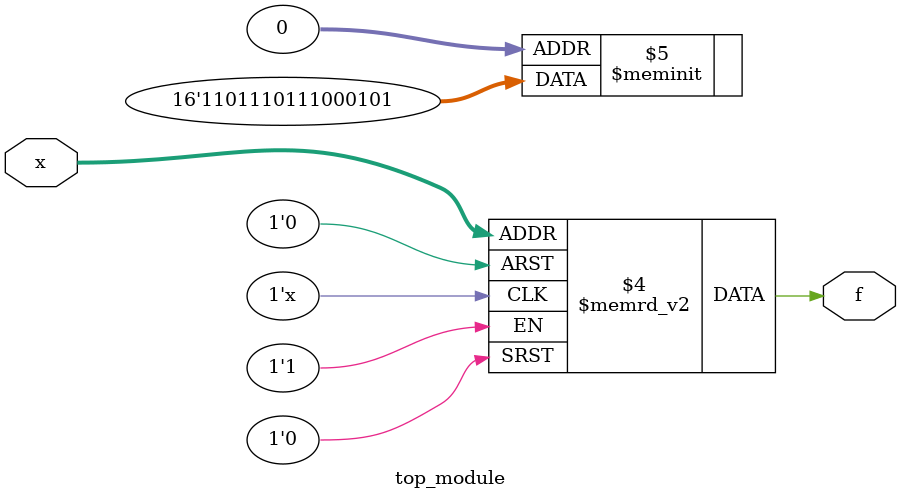
<source format=sv>
module top_module (
    input [4:1] x,
    output logic f
);

always @(*) begin
    case (x)
        4'b0000: f = 1'b1;
        4'b0001: f = 1'b0;
        4'b0011: f = 1'b0;
        4'b0010: f = 1'b1;
        4'b0100: f = 1'b0;
        4'b0101: f = 1'b0;
        4'b0111: f = 1'b1;
        4'b0110: f = 1'b1;
        4'b1100: f = 1'b1;
        4'b1101: f = 1'b0;
        4'b1111: f = 1'b1;
        4'b1110: f = 1'b1;
        4'b1000: f = 1'b1;
        4'b1001: f = 1'b0;
        4'b1011: f = 1'b1;
        4'b1010: f = 1'b1;
        default: f = 1'b0;
    endcase
end

endmodule

</source>
